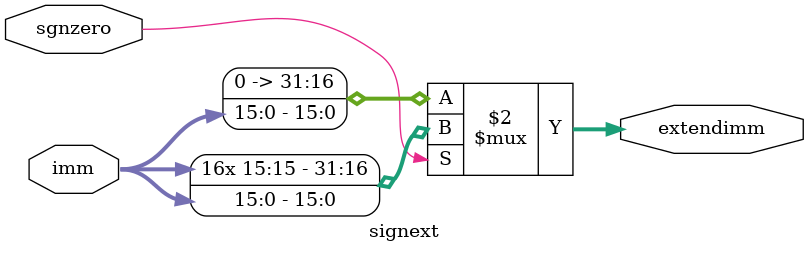
<source format=v>
module signext (imm,extendimm,sgnzero
    );
input sgnzero;
input [15:0] imm;
output [31:0] extendimm ;
assign extendimm=(sgnzero==0)? {{16{1'b0}},imm} :{{16{imm[15]}},imm} ;

endmodule

</source>
